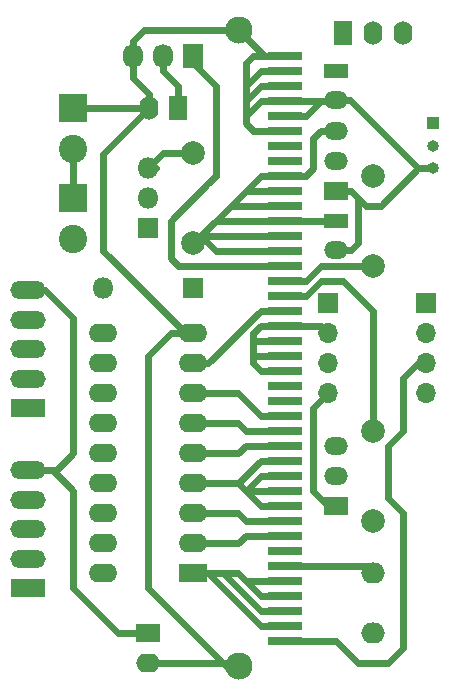
<source format=gtl>
G04 #@! TF.FileFunction,Copper,L1,Top,Signal*
%FSLAX46Y46*%
G04 Gerber Fmt 4.6, Leading zero omitted, Abs format (unit mm)*
G04 Created by KiCad (PCBNEW 4.0.6) date 09/23/19 10:34:53*
%MOMM*%
%LPD*%
G01*
G04 APERTURE LIST*
%ADD10C,0.100000*%
%ADD11R,1.800000X1.800000*%
%ADD12O,1.800000X1.800000*%
%ADD13R,1.000000X1.000000*%
%ADD14O,1.000000X1.000000*%
%ADD15R,1.700000X1.700000*%
%ADD16O,1.700000X1.700000*%
%ADD17O,2.000000X1.778000*%
%ADD18R,1.500000X2.000000*%
%ADD19O,1.600000X2.000000*%
%ADD20R,2.000000X1.300000*%
%ADD21O,2.000000X1.500000*%
%ADD22R,1.600000X2.000000*%
%ADD23O,2.000000X1.600000*%
%ADD24R,2.000000X1.600000*%
%ADD25O,2.000000X1.520000*%
%ADD26R,2.000000X1.520000*%
%ADD27R,3.000000X1.500000*%
%ADD28O,3.000000X1.500000*%
%ADD29R,1.727200X2.032000*%
%ADD30O,1.727200X2.032000*%
%ADD31C,2.400000*%
%ADD32R,2.400000X2.400000*%
%ADD33C,2.300000*%
%ADD34R,2.900000X0.800000*%
%ADD35R,2.400000X1.600000*%
%ADD36O,2.400000X1.600000*%
%ADD37C,2.000000*%
%ADD38C,0.609600*%
G04 APERTURE END LIST*
D10*
D11*
X138430000Y-83820000D03*
D12*
X130810000Y-83820000D03*
D13*
X158750000Y-69850000D03*
D14*
X158750000Y-71755000D03*
X158750000Y-73660000D03*
D15*
X149860000Y-85090000D03*
D16*
X149860000Y-87630000D03*
X149860000Y-90170000D03*
X149860000Y-92710000D03*
D15*
X158115000Y-85090000D03*
D16*
X158115000Y-87630000D03*
X158115000Y-90170000D03*
X158115000Y-92710000D03*
D17*
X153670000Y-113030000D03*
X153670000Y-107950000D03*
D18*
X151130000Y-62230000D03*
D19*
X153670000Y-62230000D03*
X156210000Y-62230000D03*
D20*
X150495000Y-78105000D03*
D21*
X150495000Y-80605000D03*
D20*
X150495000Y-65405000D03*
D21*
X150495000Y-67905000D03*
D22*
X137160000Y-68580000D03*
D19*
X134660000Y-68580000D03*
D23*
X134620000Y-115530000D03*
D24*
X134620000Y-113030000D03*
D25*
X150495000Y-73025000D03*
X150495000Y-70485000D03*
D26*
X150495000Y-75565000D03*
D25*
X150495000Y-99695000D03*
X150495000Y-97155000D03*
D26*
X150495000Y-102235000D03*
D27*
X124460000Y-93980000D03*
D28*
X124460000Y-91480000D03*
X124460000Y-88980000D03*
X124460000Y-86480000D03*
X124460000Y-83980000D03*
D29*
X138430000Y-64135000D03*
D30*
X135890000Y-64135000D03*
X133350000Y-64135000D03*
D31*
X128270000Y-72080000D03*
D32*
X128270000Y-68580000D03*
D31*
X128270000Y-79700000D03*
D32*
X128270000Y-76200000D03*
D33*
X142310000Y-62000000D03*
D34*
X146210000Y-113665000D03*
X146210000Y-111125000D03*
X146210000Y-108585000D03*
X146210000Y-106045000D03*
X146210000Y-103505000D03*
X146210000Y-100965000D03*
X146210000Y-98425000D03*
X146210000Y-95885000D03*
X146210000Y-93345000D03*
X146210000Y-90805000D03*
X146210000Y-88265000D03*
X146210000Y-85725000D03*
X146210000Y-83185000D03*
X146210000Y-80645000D03*
X146210000Y-78105000D03*
X146210000Y-75565000D03*
X146210000Y-73025000D03*
X146210000Y-70485000D03*
X146210000Y-67945000D03*
X146210000Y-65405000D03*
X146210000Y-112395000D03*
X146210000Y-109855000D03*
X146210000Y-107315000D03*
X146210000Y-104775000D03*
X146210000Y-102235000D03*
X146210000Y-99695000D03*
X146210000Y-97155000D03*
X146210000Y-94615000D03*
X146210000Y-92075000D03*
X146210000Y-89535000D03*
X146210000Y-86995000D03*
X146210000Y-84455000D03*
X146210000Y-81915000D03*
X146210000Y-79375000D03*
X146210000Y-76835000D03*
X146210000Y-74295000D03*
X146210000Y-71755000D03*
X146210000Y-69215000D03*
X146210000Y-66675000D03*
X146210000Y-64135000D03*
D33*
X142310000Y-115800000D03*
D35*
X138430000Y-107950000D03*
D36*
X130810000Y-87630000D03*
X138430000Y-105410000D03*
X130810000Y-90170000D03*
X138430000Y-102870000D03*
X130810000Y-92710000D03*
X138430000Y-100330000D03*
X130810000Y-95250000D03*
X138430000Y-97790000D03*
X130810000Y-97790000D03*
X138430000Y-95250000D03*
X130810000Y-100330000D03*
X138430000Y-92710000D03*
X130810000Y-102870000D03*
X138430000Y-90170000D03*
X130810000Y-105410000D03*
X138430000Y-87630000D03*
X130810000Y-107950000D03*
D27*
X124460000Y-109220000D03*
D28*
X124460000Y-106720000D03*
X124460000Y-104220000D03*
X124460000Y-101720000D03*
X124460000Y-99220000D03*
D11*
X134620000Y-78740000D03*
D12*
X134620000Y-76200000D03*
X134620000Y-73660000D03*
D37*
X138430000Y-72390000D03*
X138430000Y-80010000D03*
X153670000Y-103505000D03*
X153670000Y-95885000D03*
X153670000Y-74295000D03*
X153670000Y-81915000D03*
D38*
X158750000Y-73660000D02*
X157480000Y-73660000D01*
X157480000Y-73660000D02*
X151725000Y-67905000D01*
X151725000Y-67905000D02*
X150495000Y-67905000D01*
X153035000Y-76835000D02*
X152400000Y-76200000D01*
X154305000Y-76835000D02*
X153035000Y-76835000D01*
X157480000Y-73660000D02*
X154305000Y-76835000D01*
X150495000Y-80605000D02*
X151805000Y-80605000D01*
X151765000Y-75565000D02*
X150495000Y-75565000D01*
X152400000Y-76200000D02*
X151765000Y-75565000D01*
X152400000Y-80010000D02*
X152400000Y-76200000D01*
X151805000Y-80605000D02*
X152400000Y-80010000D01*
X150495000Y-67905000D02*
X151090000Y-67905000D01*
X149860000Y-67945000D02*
X150455000Y-67945000D01*
X150455000Y-67945000D02*
X150495000Y-67905000D01*
X150495000Y-75565000D02*
X151130000Y-75565000D01*
X146210000Y-69215000D02*
X147955000Y-69215000D01*
X147955000Y-69215000D02*
X149225000Y-67945000D01*
X146210000Y-67945000D02*
X144145000Y-67945000D01*
X144145000Y-67945000D02*
X142875000Y-69215000D01*
X146210000Y-66675000D02*
X144145000Y-66675000D01*
X144145000Y-66675000D02*
X142875000Y-67945000D01*
X146210000Y-65405000D02*
X144145000Y-65405000D01*
X144145000Y-65405000D02*
X142875000Y-66675000D01*
X146210000Y-70485000D02*
X143510000Y-70485000D01*
X143510000Y-70485000D02*
X142875000Y-69850000D01*
X142875000Y-69850000D02*
X142875000Y-69215000D01*
X143510000Y-64135000D02*
X146210000Y-64135000D01*
X142875000Y-64770000D02*
X143510000Y-64135000D01*
X142875000Y-69215000D02*
X142875000Y-67945000D01*
X142875000Y-67945000D02*
X142875000Y-66675000D01*
X142875000Y-66675000D02*
X142875000Y-64770000D01*
X138430000Y-87630000D02*
X137795000Y-87630000D01*
X137795000Y-87630000D02*
X130810000Y-80645000D01*
X130810000Y-72430000D02*
X134660000Y-68580000D01*
X130810000Y-80645000D02*
X130810000Y-72430000D01*
X142310000Y-115800000D02*
X141200000Y-115800000D01*
X141200000Y-115800000D02*
X134620000Y-109220000D01*
X136525000Y-87630000D02*
X138430000Y-87630000D01*
X134620000Y-89535000D02*
X136525000Y-87630000D01*
X134620000Y-109220000D02*
X134620000Y-89535000D01*
X134620000Y-115530000D02*
X142040000Y-115530000D01*
X142040000Y-115530000D02*
X142310000Y-115800000D01*
X149900000Y-85050000D02*
X149860000Y-85090000D01*
X142310000Y-62000000D02*
X134215000Y-62000000D01*
X133350000Y-62865000D02*
X133350000Y-64135000D01*
X134215000Y-62000000D02*
X133350000Y-62865000D01*
X134660000Y-68580000D02*
X134660000Y-67350000D01*
X134660000Y-67350000D02*
X133350000Y-66040000D01*
X133350000Y-66040000D02*
X133350000Y-64135000D01*
X128270000Y-68580000D02*
X134660000Y-68580000D01*
X146210000Y-67945000D02*
X149860000Y-67945000D01*
X149860000Y-67945000D02*
X149900000Y-67945000D01*
X146210000Y-64135000D02*
X144445000Y-64135000D01*
X144445000Y-64135000D02*
X142310000Y-62000000D01*
X149225000Y-67945000D02*
X149900000Y-67945000D01*
X146210000Y-74295000D02*
X147955000Y-74295000D01*
X149225000Y-70485000D02*
X150495000Y-70485000D01*
X148590000Y-71120000D02*
X149225000Y-70485000D01*
X148590000Y-73660000D02*
X148590000Y-71120000D01*
X147955000Y-74295000D02*
X148590000Y-73660000D01*
X150495000Y-78105000D02*
X149860000Y-78105000D01*
X149860000Y-78105000D02*
X146210000Y-78105000D01*
X146210000Y-80645000D02*
X140335000Y-80645000D01*
X140335000Y-80645000D02*
X139065000Y-79375000D01*
X139065000Y-79375000D02*
X139700000Y-79375000D01*
X146210000Y-79375000D02*
X139700000Y-79375000D01*
X139700000Y-79375000D02*
X139065000Y-79375000D01*
X139065000Y-79375000D02*
X138430000Y-80010000D01*
X146210000Y-78105000D02*
X140335000Y-78105000D01*
X146210000Y-76835000D02*
X141605000Y-76835000D01*
X146210000Y-75565000D02*
X142875000Y-75565000D01*
X146210000Y-74295000D02*
X144145000Y-74295000D01*
X144145000Y-74295000D02*
X142875000Y-75565000D01*
X142875000Y-75565000D02*
X141605000Y-76835000D01*
X141605000Y-76835000D02*
X140335000Y-78105000D01*
X140335000Y-78105000D02*
X138430000Y-80010000D01*
X150495000Y-70485000D02*
X151130000Y-70485000D01*
X124460000Y-99220000D02*
X126525000Y-99220000D01*
X132080000Y-113030000D02*
X134620000Y-113030000D01*
X128270000Y-109220000D02*
X132080000Y-113030000D01*
X128270000Y-100965000D02*
X128270000Y-109220000D01*
X126525000Y-99220000D02*
X128270000Y-100965000D01*
X124460000Y-83980000D02*
X125890000Y-83980000D01*
X125890000Y-83980000D02*
X128270000Y-86360000D01*
X126840000Y-99220000D02*
X124460000Y-99220000D01*
X128270000Y-97790000D02*
X126840000Y-99220000D01*
X128270000Y-86360000D02*
X128270000Y-97790000D01*
X135890000Y-64135000D02*
X135890000Y-65405000D01*
X135890000Y-65405000D02*
X137160000Y-66675000D01*
X137160000Y-66675000D02*
X137160000Y-68580000D01*
X156210000Y-104140000D02*
X156210000Y-102870000D01*
X150495000Y-113665000D02*
X152400000Y-115570000D01*
X152400000Y-115570000D02*
X154940000Y-115570000D01*
X156210000Y-114300000D02*
X156210000Y-104140000D01*
X154940000Y-115570000D02*
X156210000Y-114300000D01*
X146210000Y-113665000D02*
X150495000Y-113665000D01*
X156210000Y-91440000D02*
X157480000Y-90170000D01*
X156210000Y-95885000D02*
X156210000Y-91440000D01*
X154940000Y-97155000D02*
X156210000Y-95885000D01*
X154940000Y-101600000D02*
X154940000Y-97155000D01*
X156210000Y-102870000D02*
X154940000Y-101600000D01*
X157480000Y-90170000D02*
X158115000Y-90170000D01*
X146210000Y-112395000D02*
X144145000Y-112395000D01*
X144145000Y-112395000D02*
X139700000Y-107950000D01*
X146210000Y-111125000D02*
X144145000Y-111125000D01*
X140970000Y-107950000D02*
X141605000Y-107950000D01*
X144145000Y-111125000D02*
X140970000Y-107950000D01*
X146210000Y-109855000D02*
X144145000Y-109855000D01*
X144145000Y-109855000D02*
X142875000Y-108585000D01*
X138430000Y-107950000D02*
X139700000Y-107950000D01*
X139700000Y-107950000D02*
X141605000Y-107950000D01*
X141605000Y-107950000D02*
X142240000Y-107950000D01*
X142875000Y-108585000D02*
X146210000Y-108585000D01*
X142240000Y-107950000D02*
X142875000Y-108585000D01*
X146210000Y-103505000D02*
X142875000Y-103505000D01*
X142240000Y-102870000D02*
X138430000Y-102870000D01*
X142875000Y-103505000D02*
X142240000Y-102870000D01*
X146210000Y-98425000D02*
X144145000Y-98425000D01*
X144145000Y-98425000D02*
X142240000Y-100330000D01*
X146210000Y-99695000D02*
X144145000Y-99695000D01*
X144145000Y-99695000D02*
X142875000Y-100965000D01*
X146210000Y-102235000D02*
X144145000Y-102235000D01*
X144145000Y-102235000D02*
X142875000Y-100965000D01*
X146210000Y-100965000D02*
X142875000Y-100965000D01*
X142240000Y-100330000D02*
X138430000Y-100330000D01*
X142875000Y-100965000D02*
X142240000Y-100330000D01*
X146210000Y-95885000D02*
X142875000Y-95885000D01*
X142240000Y-95250000D02*
X138430000Y-95250000D01*
X142875000Y-95885000D02*
X142240000Y-95250000D01*
X146210000Y-88265000D02*
X143510000Y-88265000D01*
X146210000Y-89535000D02*
X143510000Y-89535000D01*
X146210000Y-90805000D02*
X144145000Y-90805000D01*
X144145000Y-86995000D02*
X146210000Y-86995000D01*
X143510000Y-87630000D02*
X144145000Y-86995000D01*
X143510000Y-90170000D02*
X143510000Y-89535000D01*
X143510000Y-89535000D02*
X143510000Y-88265000D01*
X143510000Y-88265000D02*
X143510000Y-87630000D01*
X144145000Y-90805000D02*
X143510000Y-90170000D01*
X146210000Y-86995000D02*
X149225000Y-86995000D01*
X149225000Y-86995000D02*
X149860000Y-87630000D01*
X146210000Y-85725000D02*
X144145000Y-85725000D01*
X139700000Y-90170000D02*
X138430000Y-90170000D01*
X144145000Y-85725000D02*
X139700000Y-90170000D01*
X146210000Y-83185000D02*
X147955000Y-83185000D01*
X149225000Y-81915000D02*
X153670000Y-81915000D01*
X147955000Y-83185000D02*
X149225000Y-81915000D01*
X146210000Y-107315000D02*
X153035000Y-107315000D01*
X153035000Y-107315000D02*
X153670000Y-107950000D01*
X146210000Y-104775000D02*
X142875000Y-104775000D01*
X142240000Y-105410000D02*
X138430000Y-105410000D01*
X142875000Y-104775000D02*
X142240000Y-105410000D01*
X146210000Y-97155000D02*
X142875000Y-97155000D01*
X142240000Y-97790000D02*
X138430000Y-97790000D01*
X142875000Y-97155000D02*
X142240000Y-97790000D01*
X146210000Y-94615000D02*
X144145000Y-94615000D01*
X142240000Y-92710000D02*
X138430000Y-92710000D01*
X144145000Y-94615000D02*
X142240000Y-92710000D01*
X153670000Y-95885000D02*
X153670000Y-85725000D01*
X147955000Y-84455000D02*
X146210000Y-84455000D01*
X149225000Y-83185000D02*
X147955000Y-84455000D01*
X151130000Y-83185000D02*
X149225000Y-83185000D01*
X153670000Y-85725000D02*
X151130000Y-83185000D01*
X146210000Y-81915000D02*
X137160000Y-81915000D01*
X140335000Y-66675000D02*
X138430000Y-64770000D01*
X140335000Y-69215000D02*
X140335000Y-66675000D01*
X140335000Y-74295000D02*
X140335000Y-69215000D01*
X139700000Y-74930000D02*
X140335000Y-74295000D01*
X136525000Y-78105000D02*
X139700000Y-74930000D01*
X136525000Y-81280000D02*
X136525000Y-78105000D01*
X137160000Y-81915000D02*
X136525000Y-81280000D01*
X138430000Y-64770000D02*
X138430000Y-64135000D01*
X128270000Y-72080000D02*
X128270000Y-76200000D01*
X150495000Y-102235000D02*
X149860000Y-102235000D01*
X149860000Y-102235000D02*
X148590000Y-100965000D01*
X148590000Y-93980000D02*
X149860000Y-92710000D01*
X148590000Y-100965000D02*
X148590000Y-93980000D01*
X150495000Y-102235000D02*
X151130000Y-102235000D01*
X150495000Y-102235000D02*
X149860000Y-102235000D01*
X138430000Y-72390000D02*
X135890000Y-72390000D01*
X135890000Y-72390000D02*
X134620000Y-73660000D01*
X135255000Y-73660000D02*
X134620000Y-73660000D01*
M02*

</source>
